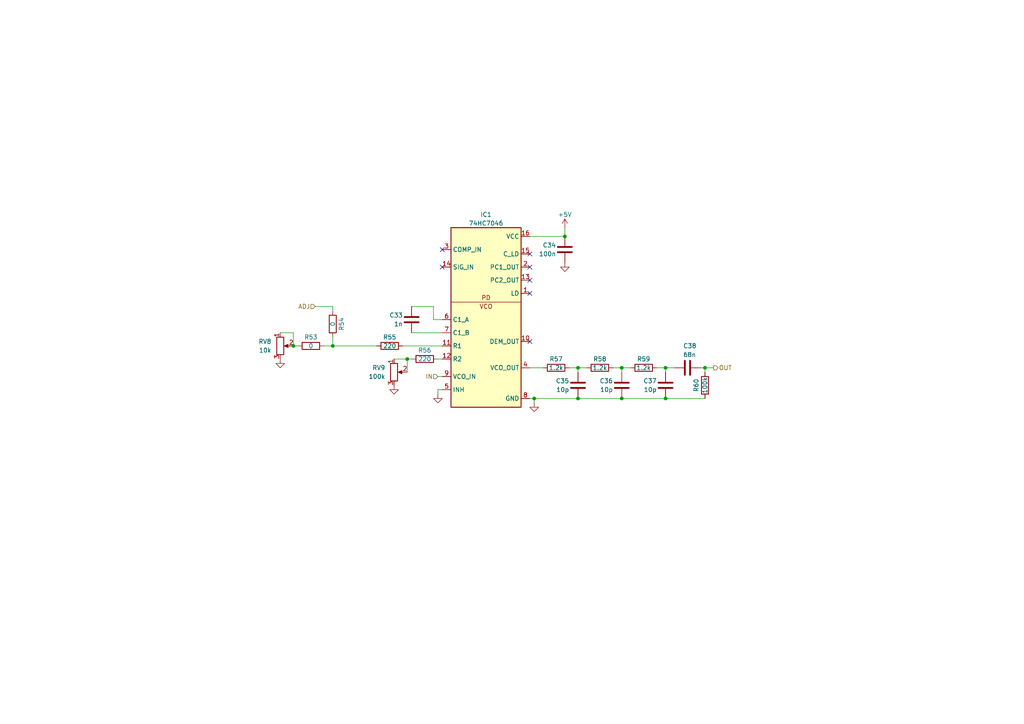
<source format=kicad_sch>
(kicad_sch (version 20230121) (generator eeschema)
  (paper "A4")
  (lib_symbols
    (symbol "Device:C" (pin_numbers hide) (pin_names (offset 0.254))
      (property "Reference" "C" (at 0.635 2.54 0))
      (property "Value" "C" (at 0.635 -2.54 0))
      (symbol "C_0_1"
        (polyline (pts (xy -2.032 -0.762) (xy 2.032 -0.762)) (stroke (width 0.508)))
        (polyline (pts (xy -2.032 0.762) (xy 2.032 0.762)) (stroke (width 0.508)))
      )
      (symbol "C_1_1"
        (pin passive line (at 0 3.81 270) (length 2.794) (name "~") (number "1"))
        (pin passive line (at 0 -3.81 90) (length 2.794) (name "~") (number "2"))
      )
    )
    (symbol "Device:R" (pin_numbers hide) (pin_names (offset 0))
      (property "Reference" "R" (at 2.032 0 90))
      (property "Value" "R" (at 0 0 90))
      (symbol "R_0_1"
        (rectangle (start -1.016 -2.54) (end 1.016 2.54) (stroke (width 0.254)))
      )
      (symbol "R_1_1"
        (pin passive line (at 0 3.81 270) (length 1.27) (name "~") (number "1"))
        (pin passive line (at 0 -3.81 90) (length 1.27) (name "~") (number "2"))
      )
    )
    (symbol "Device:R_Potentiometer" (pin_names (offset 1.016) hide)
      (property "Reference" "RV" (at -4.445 0 90))
      (property "Value" "R_Potentiometer" (at -2.54 0 90))
      (symbol "R_Potentiometer_0_1"
        (polyline (pts (xy 2.54 0) (xy 1.524 0)))
        (polyline (pts (xy 1.143 0) (xy 2.286 0.508) (xy 2.286 -0.508) (xy 1.143 0)) (fill (type outline)))
        (rectangle (start 1.016 2.54) (end -1.016 -2.54) (stroke (width 0.254)))
      )
      (symbol "R_Potentiometer_1_1"
        (pin passive line (at 0 3.81 270) (length 1.27) (name "1") (number "1"))
        (pin passive line (at 3.81 0 180) (length 1.27) (name "2") (number "2"))
        (pin passive line (at 0 -3.81 90) (length 1.27) (name "3") (number "3"))
      )
    )
    (symbol "_My_lib:74HC7064"
      (property "Reference" "IC3" (at 0 2.54 0))
      (property "Value" "74HC7046" (at 0 0 0))
      (symbol "74HC7064_1_1"
        (rectangle (start -10.16 -1.27) (end 10.16 -53.34) (stroke (width 0.3)) (fill (type background)))
        (polyline (pts (xy -10.16 -22.86) (xy 10.16 -22.86)))
        (text "PD\n" (at 0 -21.59 0) (effects (font (size 1.27 1.27))))
        (text "VCO\n" (at 0 -24.13 0) (effects (font (size 1.27 1.27))))
        (pin output line (at 12.7 -20.32 180) (length 2.54) (name "LD") (number "1"))
        (pin output line (at 12.7 -34.29 180) (length 2.54) (name "DEM_OUT") (number "10"))
        (pin input line (at -12.7 -35.56 0) (length 2.54) (name "R1") (number "11"))
        (pin input line (at -12.7 -39.37 0) (length 2.54) (name "R2") (number "12"))
        (pin output line (at 12.7 -16.51 180) (length 2.54) (name "PC2_OUT") (number "13"))
        (pin input line (at -12.7 -12.7 0) (length 2.54) (name "SIG_IN") (number "14"))
        (pin input line (at 12.7 -8.89 180) (length 2.54) (name "C_LD") (number "15"))
        (pin power_in line (at 12.7 -3.81 180) (length 2.54) (name "VCC") (number "16"))
        (pin output line (at 12.7 -12.7 180) (length 2.54) (name "PC1_OUT") (number "2"))
        (pin input line (at -12.7 -7.62 0) (length 2.54) (name "COMP_IN") (number "3"))
        (pin output line (at 12.7 -41.91 180) (length 2.54) (name "VCO_OUT") (number "4"))
        (pin input line (at -12.7 -48.26 0) (length 2.54) (name "INH") (number "5"))
        (pin output line (at -12.7 -27.94 0) (length 2.54) (name "C1_A") (number "6"))
        (pin input line (at -12.7 -31.75 0) (length 2.54) (name "C1_B") (number "7"))
        (pin power_in line (at 12.7 -50.8 180) (length 2.54) (name "GND") (number "8"))
        (pin input line (at -12.7 -44.45 0) (length 2.54) (name "VCO_IN") (number "9"))
      )
    )
    (symbol "power:+5V" (power) (pin_names (offset 0))
      (property "Value" "+5V" (at 0 3.556 0))
      (symbol "+5V_0_1"
        (polyline (pts (xy -0.762 1.27) (xy 0 2.54)))
        (polyline (pts (xy 0 0) (xy 0 2.54)))
        (polyline (pts (xy 0 2.54) (xy 0.762 1.27)))
      )
      (symbol "+5V_1_1"
        (pin power_in line (at 0 0 90) (length 0) hide (name "+5V") (number "1"))
      )
    )
    (symbol "power:GND" (power) (pin_names (offset 0))
      (property "Value" "GND" (at 0 -3.81 0))
      (symbol "GND_0_1"
        (polyline (pts (xy 0 0) (xy 0 -1.27) (xy 1.27 -1.27) (xy 0 -2.54) (xy -1.27 -1.27) (xy 0 -1.27)))
      )
      (symbol "GND_1_1"
        (pin power_in line (at 0 0 270) (length 0) hide (name "GND") (number "1"))
      )
    )
  )
  (junction (at 163.83 68.58))
  (junction (at 180.34 106.68))
  (junction (at 96.52 100.33))
  (junction (at 167.64 115.57))
  (junction (at 118.11 104.14))
  (junction (at 193.04 115.57))
  (junction (at 154.94 115.57))
  (junction (at 85.09 100.33))
  (junction (at 193.04 106.68))
  (junction (at 167.64 106.68))
  (junction (at 180.34 115.57))
  (junction (at 204.47 106.68))
  (no_connect (at 128.27 72.39))
  (no_connect (at 153.67 85.09))
  (no_connect (at 153.67 77.47))
  (no_connect (at 153.67 73.66))
  (no_connect (at 153.67 81.28))
  (no_connect (at 128.27 77.47))
  (no_connect (at 153.67 99.06))
  (wire (pts (xy 127 109.22) (xy 128.27 109.22)))
  (wire (pts (xy 177.8 106.68) (xy 180.34 106.68)))
  (wire (pts (xy 91.44 88.9) (xy 96.52 88.9)))
  (wire (pts (xy 125.73 92.71) (xy 125.73 88.9)))
  (wire (pts (xy 153.67 115.57) (xy 154.94 115.57)))
  (wire (pts (xy 204.47 106.68) (xy 207.01 106.68)))
  (wire (pts (xy 127 104.14) (xy 128.27 104.14)))
  (wire (pts (xy 114.3 104.14) (xy 118.11 104.14)))
  (wire (pts (xy 167.64 106.68) (xy 170.18 106.68)))
  (wire (pts (xy 96.52 88.9) (xy 96.52 90.17)))
  (wire (pts (xy 190.5 106.68) (xy 193.04 106.68)))
  (wire (pts (xy 163.83 68.58) (xy 163.83 66.04)))
  (wire (pts (xy 127 113.03) (xy 127 114.3)))
  (wire (pts (xy 165.1 106.68) (xy 167.64 106.68)))
  (wire (pts (xy 180.34 106.68) (xy 182.88 106.68)))
  (wire (pts (xy 193.04 106.68) (xy 195.58 106.68)))
  (wire (pts (xy 180.34 115.57) (xy 193.04 115.57)))
  (wire (pts (xy 154.94 115.57) (xy 154.94 116.84)))
  (wire (pts (xy 153.67 106.68) (xy 157.48 106.68)))
  (wire (pts (xy 85.09 100.33) (xy 86.36 100.33)))
  (wire (pts (xy 193.04 115.57) (xy 204.47 115.57)))
  (wire (pts (xy 167.64 115.57) (xy 180.34 115.57)))
  (wire (pts (xy 116.84 100.33) (xy 128.27 100.33)))
  (wire (pts (xy 180.34 106.68) (xy 180.34 107.95)))
  (wire (pts (xy 128.27 92.71) (xy 125.73 92.71)))
  (wire (pts (xy 85.09 96.52) (xy 85.09 100.33)))
  (wire (pts (xy 167.64 106.68) (xy 167.64 107.95)))
  (wire (pts (xy 118.11 104.14) (xy 119.38 104.14)))
  (wire (pts (xy 193.04 106.68) (xy 193.04 107.95)))
  (wire (pts (xy 204.47 106.68) (xy 204.47 107.95)))
  (wire (pts (xy 125.73 88.9) (xy 119.38 88.9)))
  (wire (pts (xy 81.28 96.52) (xy 85.09 96.52)))
  (wire (pts (xy 96.52 100.33) (xy 109.22 100.33)))
  (wire (pts (xy 118.11 104.14) (xy 118.11 107.95)))
  (wire (pts (xy 154.94 115.57) (xy 167.64 115.57)))
  (wire (pts (xy 93.98 100.33) (xy 96.52 100.33)))
  (wire (pts (xy 128.27 113.03) (xy 127 113.03)))
  (wire (pts (xy 96.52 97.79) (xy 96.52 100.33)))
  (wire (pts (xy 119.38 96.52) (xy 128.27 96.52)))
  (wire (pts (xy 153.67 68.58) (xy 163.83 68.58)))
  (wire (pts (xy 203.2 106.68) (xy 204.47 106.68)))
  (hierarchical_label "ADJ" (shape input) (at 91.44 88.9 180))
  (hierarchical_label "IN" (shape input) (at 127 109.22 180))
  (hierarchical_label "OUT" (shape output) (at 207.01 106.68 0))
  (symbol (lib_id "Device:R") (at 96.52 93.98 0) (unit 1)
    (property "Reference" "R54" (at 99.06 93.98 90))
    (property "Value" "0" (at 96.52 93.98 90))
    (property "Footprint" "Resistor_SMD:R_1206_3216Metric_Pad1.30x1.75mm_HandSolder" (effects hide))
    (instances (project "QCM_driver" (path "" (reference "R54") (unit 1)) (path "" (reference "R62") (unit 1))))
  )
  (symbol (lib_id "Device:R") (at 113.03 100.33 90) (unit 1)
    (property "Reference" "R55" (at 113.03 97.79 90))
    (property "Value" "220" (at 113.03 100.33 90))
    (property "Footprint" "Resistor_SMD:R_1206_3216Metric_Pad1.30x1.75mm_HandSolder" (effects hide))
    (instances (project "QCM_driver" (path "" (reference "R55") (unit 1)) (path "" (reference "R63") (unit 1))))
  )
  (symbol (lib_id "_My_lib:74HC7064") (at 140.97 64.77 0) (unit 1)
    (property "Reference" "IC1" (at 140.97 62.23 0))
    (property "Value" "74HC7046" (at 140.97 64.77 0))
    (property "Footprint" "Package_SO:SOIC-16_3.9x9.9mm_P1.27mm" (effects hide))
    (instances (project "QCM_driver" (path "" (reference "IC1") (unit 1)) (path "" (reference "IC2") (unit 1))))
  )
  (symbol (lib_id "Device:C") (at 180.34 111.76 180) (unit 1)
    (property "Reference" "C36" (at 177.8 110.49 0) (effects (justify left)))
    (property "Value" "10p" (at 177.8 113.03 0) (effects (justify left)))
    (property "Footprint" "Capacitor_SMD:C_1206_3216Metric" (effects hide))
    (instances (project "QCM_driver" (path "" (reference "C36") (unit 1)) (path "" (reference "C42") (unit 1))))
  )
  (symbol (lib_id "Device:R") (at 204.47 111.76 180) (unit 1)
    (property "Reference" "R60" (at 201.93 111.76 90))
    (property "Value" "100k" (at 204.47 111.76 90))
    (property "Footprint" "Resistor_SMD:R_1206_3216Metric_Pad1.30x1.75mm_HandSolder" (effects hide))
    (instances (project "QCM_driver" (path "" (reference "R60") (unit 1)) (path "" (reference "R68") (unit 1))))
  )
  (symbol (lib_id "Device:R") (at 123.19 104.14 90) (unit 1)
    (property "Reference" "R56" (at 123.19 101.6 90))
    (property "Value" "220" (at 123.19 104.14 90))
    (property "Footprint" "Resistor_SMD:R_1206_3216Metric_Pad1.30x1.75mm_HandSolder" (effects hide))
    (instances (project "QCM_driver" (path "" (reference "R56") (unit 1)) (path "" (reference "R64") (unit 1))))
  )
  (symbol (lib_id "Device:C") (at 193.04 111.76 180) (unit 1)
    (property "Reference" "C37" (at 190.5 110.49 0) (effects (justify left)))
    (property "Value" "10p" (at 190.5 113.03 0) (effects (justify left)))
    (property "Footprint" "Capacitor_SMD:C_1206_3216Metric" (effects hide))
    (instances (project "QCM_driver" (path "" (reference "C37") (unit 1)) (path "" (reference "C43") (unit 1))))
  )
  (symbol (lib_id "power:GND") (at 114.3 111.76 0) (unit 1)
    (property "Reference" "#PWR035" (effects hide))
    (property "Value" "GND" (effects hide))
    (instances (project "QCM_driver" (path "" (reference "#PWR035") (unit 1)) (path "" (reference "#PWR041") (unit 1))))
  )
  (symbol (lib_id "Device:R") (at 90.17 100.33 90) (unit 1)
    (property "Reference" "R53" (at 90.17 97.79 90))
    (property "Value" "0" (at 90.17 100.33 90))
    (property "Footprint" "Resistor_SMD:R_1206_3216Metric_Pad1.30x1.75mm_HandSolder" (effects hide))
    (instances (project "QCM_driver" (path "" (reference "R53") (unit 1)) (path "" (reference "R61") (unit 1))))
  )
  (symbol (lib_id "Device:C") (at 199.39 106.68 270) (unit 1)
    (property "Reference" "C38" (at 198.12 100.33 90) (effects (justify left)))
    (property "Value" "68n" (at 198.12 102.87 90) (effects (justify left)))
    (property "Footprint" "Capacitor_SMD:C_1206_3216Metric" (effects hide))
    (instances (project "QCM_driver" (path "" (reference "C38") (unit 1)) (path "" (reference "C44") (unit 1))))
  )
  (symbol (lib_id "power:+5V") (at 163.83 66.04 0) (unit 1)
    (property "Reference" "#PWR038" (effects hide))
    (property "Value" "+5V" (at 163.83 62.23 0))
    (instances (project "QCM_driver" (path "" (reference "#PWR038") (unit 1)) (path "" (reference "#PWR044") (unit 1))))
  )
  (symbol (lib_id "Device:R") (at 173.99 106.68 90) (unit 1)
    (property "Reference" "R58" (at 173.99 104.14 90))
    (property "Value" "1.2k" (at 173.99 106.68 90))
    (property "Footprint" "Resistor_SMD:R_1206_3216Metric_Pad1.30x1.75mm_HandSolder" (effects hide))
    (instances (project "QCM_driver" (path "" (reference "R58") (unit 1)) (path "" (reference "R66") (unit 1))))
  )
  (symbol (lib_id "Device:R_Potentiometer") (at 81.28 100.33 0) (unit 1)
    (property "Reference" "RV8" (at 78.74 99.06 0) (effects (justify right)))
    (property "Value" "10k" (at 78.74 101.6 0) (effects (justify right)))
    (property "Footprint" "Potentiometer_THT:Potentiometer_Bourns_3296Y_Vertical" (effects hide))
    (instances (project "QCM_driver" (path "" (reference "RV8") (unit 1)) (path "" (reference "RV10") (unit 1))))
  )
  (symbol (lib_id "Device:C") (at 119.38 92.71 180) (unit 1)
    (property "Reference" "C33" (at 116.84 91.44 0) (effects (justify left)))
    (property "Value" "1n" (at 116.84 93.98 0) (effects (justify left)))
    (property "Footprint" "Capacitor_SMD:C_1206_3216Metric" (effects hide))
    (instances (project "QCM_driver" (path "" (reference "C33") (unit 1)) (path "" (reference "C39") (unit 1))))
  )
  (symbol (lib_id "power:GND") (at 154.94 116.84 0) (unit 1)
    (property "Reference" "#PWR037" (effects hide))
    (property "Value" "GND" (effects hide))
    (instances (project "QCM_driver" (path "" (reference "#PWR037") (unit 1)) (path "" (reference "#PWR043") (unit 1))))
  )
  (symbol (lib_id "power:GND") (at 163.83 76.2 0) (unit 1)
    (property "Reference" "#PWR039" (effects hide))
    (property "Value" "GND" (effects hide))
    (instances (project "QCM_driver" (path "" (reference "#PWR039") (unit 1)) (path "" (reference "#PWR045") (unit 1))))
  )
  (symbol (lib_id "Device:R") (at 186.69 106.68 90) (unit 1)
    (property "Reference" "R59" (at 186.69 104.14 90))
    (property "Value" "1.2k" (at 186.69 106.68 90))
    (property "Footprint" "Resistor_SMD:R_1206_3216Metric_Pad1.30x1.75mm_HandSolder" (effects hide))
    (instances (project "QCM_driver" (path "" (reference "R59") (unit 1)) (path "" (reference "R67") (unit 1))))
  )
  (symbol (lib_id "power:GND") (at 81.28 104.14 0) (unit 1)
    (property "Reference" "#PWR034" (effects hide))
    (property "Value" "GND" (effects hide))
    (instances (project "QCM_driver" (path "" (reference "#PWR034") (unit 1)) (path "" (reference "#PWR040") (unit 1))))
  )
  (symbol (lib_id "Device:R") (at 161.29 106.68 90) (unit 1)
    (property "Reference" "R57" (at 161.29 104.14 90))
    (property "Value" "1.2k" (at 161.29 106.68 90))
    (property "Footprint" "Resistor_SMD:R_1206_3216Metric_Pad1.30x1.75mm_HandSolder" (effects hide))
    (instances (project "QCM_driver" (path "" (reference "R57") (unit 1)) (path "" (reference "R65") (unit 1))))
  )
  (symbol (lib_id "Device:R_Potentiometer") (at 114.3 107.95 0) (unit 1)
    (property "Reference" "RV9" (at 111.76 106.68 0) (effects (justify right)))
    (property "Value" "100k" (at 111.76 109.22 0) (effects (justify right)))
    (property "Footprint" "Potentiometer_THT:Potentiometer_Bourns_3296Y_Vertical" (effects hide))
    (instances (project "QCM_driver" (path "" (reference "RV9") (unit 1)) (path "" (reference "RV11") (unit 1))))
  )
  (symbol (lib_id "Device:C") (at 163.83 72.39 180) (unit 1)
    (property "Reference" "C34" (at 161.29 71.12 0) (effects (justify left)))
    (property "Value" "100n" (at 161.29 73.66 0) (effects (justify left)))
    (property "Footprint" "Capacitor_SMD:C_1206_3216Metric" (effects hide))
    (instances (project "QCM_driver" (path "" (reference "C34") (unit 1)) (path "" (reference "C40") (unit 1))))
  )
  (symbol (lib_id "power:GND") (at 127 114.3 0) (unit 1)
    (property "Reference" "#PWR036" (effects hide))
    (property "Value" "GND" (effects hide))
    (instances (project "QCM_driver" (path "" (reference "#PWR036") (unit 1)) (path "" (reference "#PWR042") (unit 1))))
  )
  (symbol (lib_id "Device:C") (at 167.64 111.76 180) (unit 1)
    (property "Reference" "C35" (at 165.1 110.49 0) (effects (justify left)))
    (property "Value" "10p" (at 165.1 113.03 0) (effects (justify left)))
    (property "Footprint" "Capacitor_SMD:C_1206_3216Metric" (effects hide))
    (instances (project "QCM_driver" (path "" (reference "C35") (unit 1)) (path "" (reference "C41") (unit 1))))
  )
)
</source>
